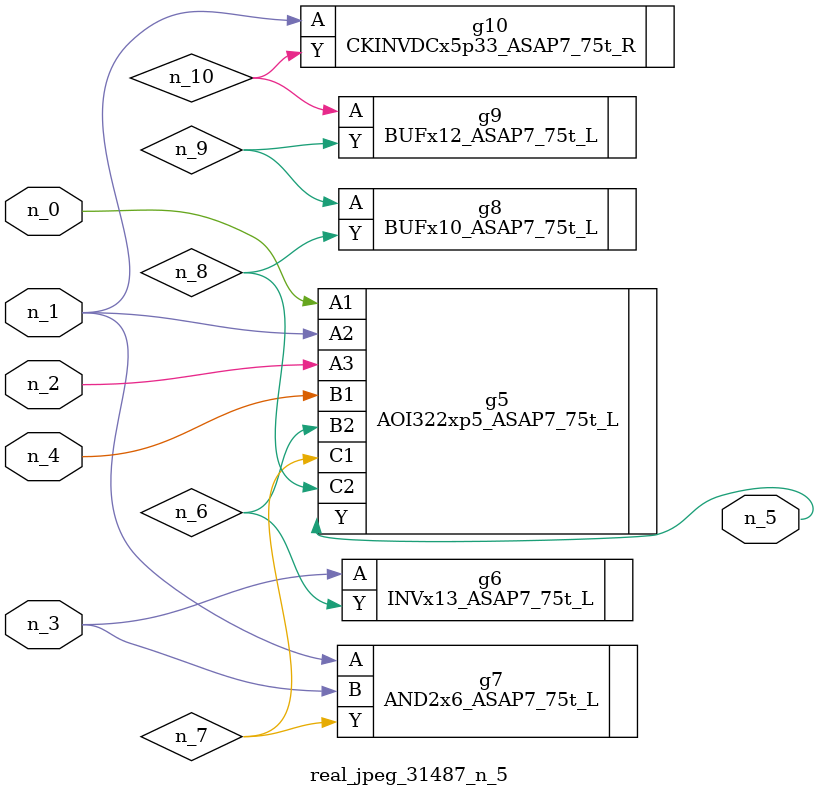
<source format=v>
module real_jpeg_31487_n_5 (n_4, n_0, n_1, n_2, n_3, n_5);

input n_4;
input n_0;
input n_1;
input n_2;
input n_3;

output n_5;

wire n_8;
wire n_6;
wire n_7;
wire n_10;
wire n_9;

AOI322xp5_ASAP7_75t_L g5 ( 
.A1(n_0),
.A2(n_1),
.A3(n_2),
.B1(n_4),
.B2(n_6),
.C1(n_7),
.C2(n_8),
.Y(n_5)
);

AND2x6_ASAP7_75t_L g7 ( 
.A(n_1),
.B(n_3),
.Y(n_7)
);

CKINVDCx5p33_ASAP7_75t_R g10 ( 
.A(n_1),
.Y(n_10)
);

INVx13_ASAP7_75t_L g6 ( 
.A(n_3),
.Y(n_6)
);

BUFx10_ASAP7_75t_L g8 ( 
.A(n_9),
.Y(n_8)
);

BUFx12_ASAP7_75t_L g9 ( 
.A(n_10),
.Y(n_9)
);


endmodule
</source>
